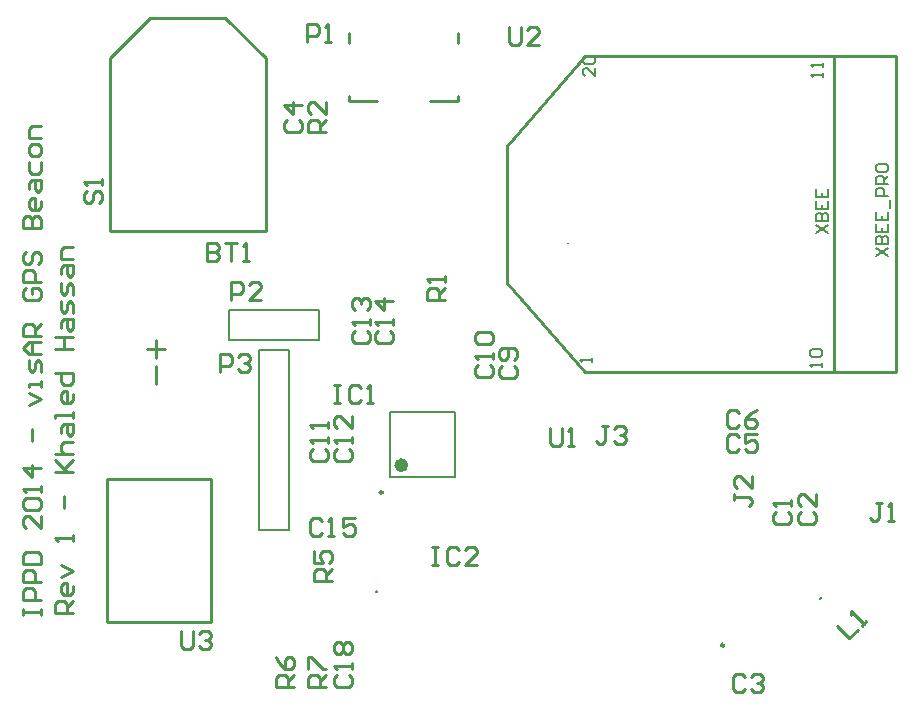
<source format=gto>
G04 Layer_Color=65535*
%FSLAX24Y24*%
%MOIN*%
G70*
G01*
G75*
%ADD31C,0.0100*%
%ADD45C,0.0236*%
%ADD46C,0.0098*%
%ADD47C,0.0079*%
%ADD48C,0.0010*%
%ADD49C,0.0070*%
D31*
X50789Y13705D02*
G03*
X50789Y13705I-11J0D01*
G01*
X62372Y11918D02*
G03*
X62372Y11918I-50J0D01*
G01*
X43240Y32830D02*
X45740D01*
X41890Y31480D02*
X43240Y32830D01*
X45740D02*
X47090Y31480D01*
X41890Y25730D02*
Y31480D01*
X47090Y25730D02*
Y31480D01*
X41890Y25730D02*
X47090D01*
X43150Y21800D02*
X43740Y21800D01*
X43445Y21505D02*
Y22096D01*
Y20621D02*
Y21211D01*
X41801Y12697D02*
X45285D01*
Y17461D01*
X41801D02*
X45285D01*
X41801Y12697D02*
Y17461D01*
X52579Y30069D02*
X53514D01*
Y30217D01*
X49872Y30069D02*
Y30217D01*
Y30069D02*
X50807D01*
X53514Y31988D02*
Y32333D01*
X49872Y31988D02*
Y32333D01*
X66021Y21013D02*
Y31548D01*
X57721Y21013D02*
X68119D01*
Y31548D01*
X55150Y24001D02*
Y28560D01*
X57721Y31548D01*
X57719D02*
X57721D01*
X68119D01*
X55150Y24001D02*
X57721Y21013D01*
X67644Y16675D02*
X67444D01*
X67544D01*
Y16176D01*
X67444Y16076D01*
X67344D01*
X67244Y16176D01*
X67844Y16076D02*
X68043D01*
X67943D01*
Y16675D01*
X67844Y16575D01*
X41144Y27063D02*
X41044Y26963D01*
Y26763D01*
X41144Y26663D01*
X41244D01*
X41344Y26763D01*
Y26963D01*
X41444Y27063D01*
X41544D01*
X41644Y26963D01*
Y26763D01*
X41544Y26663D01*
X41644Y27263D02*
Y27463D01*
Y27363D01*
X41044D01*
X41144Y27263D01*
X58490Y19242D02*
X58290D01*
X58390D01*
Y18742D01*
X58290Y18642D01*
X58191D01*
X58091Y18742D01*
X58690Y19142D02*
X58790Y19242D01*
X58990D01*
X59090Y19142D01*
Y19042D01*
X58990Y18942D01*
X58890D01*
X58990D01*
X59090Y18842D01*
Y18742D01*
X58990Y18642D01*
X58790D01*
X58690Y18742D01*
X62688Y16945D02*
Y16745D01*
Y16845D01*
X63187D01*
X63287Y16745D01*
Y16645D01*
X63187Y16545D01*
X63287Y17545D02*
Y17145D01*
X62888Y17545D01*
X62788D01*
X62688Y17445D01*
Y17245D01*
X62788Y17145D01*
X50846Y22397D02*
X50746Y22297D01*
Y22097D01*
X50846Y21997D01*
X51246D01*
X51346Y22097D01*
Y22297D01*
X51246Y22397D01*
X51346Y22597D02*
Y22797D01*
Y22697D01*
X50746D01*
X50846Y22597D01*
X51346Y23397D02*
X50746D01*
X51046Y23097D01*
Y23497D01*
X49360Y20580D02*
X49560D01*
X49460D01*
Y19980D01*
X49360D01*
X49560D01*
X50260Y20480D02*
X50160Y20580D01*
X49960D01*
X49860Y20480D01*
Y20080D01*
X49960Y19980D01*
X50160D01*
X50260Y20080D01*
X50460Y19980D02*
X50660D01*
X50560D01*
Y20580D01*
X50460Y20480D01*
X44272Y12391D02*
Y11891D01*
X44372Y11791D01*
X44572D01*
X44672Y11891D01*
Y12391D01*
X44871Y12291D02*
X44971Y12391D01*
X45171D01*
X45271Y12291D01*
Y12191D01*
X45171Y12091D01*
X45071D01*
X45171D01*
X45271Y11991D01*
Y11891D01*
X45171Y11791D01*
X44971D01*
X44871Y11891D01*
X55200Y32540D02*
Y32040D01*
X55300Y31940D01*
X55500D01*
X55600Y32040D01*
Y32540D01*
X56200Y31940D02*
X55800D01*
X56200Y32340D01*
Y32440D01*
X56100Y32540D01*
X55900D01*
X55800Y32440D01*
X56580Y19170D02*
Y18670D01*
X56680Y18570D01*
X56880D01*
X56980Y18670D01*
Y19170D01*
X57180Y18570D02*
X57380D01*
X57280D01*
Y19170D01*
X57180Y19070D01*
X49104Y10512D02*
X48505D01*
Y10812D01*
X48604Y10912D01*
X48804D01*
X48904Y10812D01*
Y10512D01*
Y10712D02*
X49104Y10912D01*
X48505Y11112D02*
Y11511D01*
X48604D01*
X49004Y11112D01*
X49104D01*
X48051Y10512D02*
X47451D01*
Y10812D01*
X47551Y10912D01*
X47751D01*
X47851Y10812D01*
Y10512D01*
Y10712D02*
X48051Y10912D01*
X47451Y11511D02*
X47551Y11312D01*
X47751Y11112D01*
X47951D01*
X48051Y11212D01*
Y11412D01*
X47951Y11511D01*
X47851D01*
X47751Y11412D01*
Y11112D01*
X49291Y14052D02*
X48692D01*
Y14352D01*
X48791Y14452D01*
X48991D01*
X49091Y14352D01*
Y14052D01*
Y14252D02*
X49291Y14452D01*
X48692Y15052D02*
Y14652D01*
X48991D01*
X48891Y14852D01*
Y14952D01*
X48991Y15052D01*
X49191D01*
X49291Y14952D01*
Y14752D01*
X49191Y14652D01*
X49104Y29016D02*
X48505D01*
Y29316D01*
X48604Y29416D01*
X48804D01*
X48904Y29316D01*
Y29016D01*
Y29216D02*
X49104Y29416D01*
Y30015D02*
Y29616D01*
X48704Y30015D01*
X48604D01*
X48505Y29915D01*
Y29716D01*
X48604Y29616D01*
X53061Y23415D02*
X52461D01*
Y23715D01*
X52561Y23815D01*
X52761D01*
X52861Y23715D01*
Y23415D01*
Y23615D02*
X53061Y23815D01*
Y24015D02*
Y24215D01*
Y24115D01*
X52461D01*
X52561Y24015D01*
X45581Y21014D02*
Y21614D01*
X45881D01*
X45981Y21514D01*
Y21314D01*
X45881Y21214D01*
X45581D01*
X46181Y21514D02*
X46280Y21614D01*
X46480D01*
X46580Y21514D01*
Y21414D01*
X46480Y21314D01*
X46380D01*
X46480D01*
X46580Y21214D01*
Y21114D01*
X46480Y21014D01*
X46280D01*
X46181Y21114D01*
X45944Y23420D02*
Y24020D01*
X46244D01*
X46344Y23920D01*
Y23720D01*
X46244Y23620D01*
X45944D01*
X46943Y23420D02*
X46544D01*
X46943Y23820D01*
Y23920D01*
X46843Y24020D01*
X46643D01*
X46544Y23920D01*
X48474Y32037D02*
Y32637D01*
X48774D01*
X48874Y32537D01*
Y32337D01*
X48774Y32237D01*
X48474D01*
X49074Y32037D02*
X49274D01*
X49174D01*
Y32637D01*
X49074Y32537D01*
X66121Y12570D02*
X66545Y12146D01*
X66828Y12428D01*
X66969Y12570D02*
X67111Y12711D01*
X67040Y12640D01*
X66616Y13065D01*
Y12923D01*
X52628Y15186D02*
X52828D01*
X52728D01*
Y14587D01*
X52628D01*
X52828D01*
X53528Y15086D02*
X53428Y15186D01*
X53228D01*
X53128Y15086D01*
Y14687D01*
X53228Y14587D01*
X53428D01*
X53528Y14687D01*
X54127Y14587D02*
X53728D01*
X54127Y14986D01*
Y15086D01*
X54028Y15186D01*
X53828D01*
X53728Y15086D01*
X49480Y10912D02*
X49381Y10812D01*
Y10612D01*
X49480Y10512D01*
X49880D01*
X49980Y10612D01*
Y10812D01*
X49880Y10912D01*
X49980Y11112D02*
Y11312D01*
Y11212D01*
X49381D01*
X49480Y11112D01*
Y11611D02*
X49381Y11711D01*
Y11911D01*
X49480Y12011D01*
X49580D01*
X49680Y11911D01*
X49780Y12011D01*
X49880D01*
X49980Y11911D01*
Y11711D01*
X49880Y11611D01*
X49780D01*
X49680Y11711D01*
X49580Y11611D01*
X49480D01*
X49680Y11711D02*
Y11911D01*
X48973Y16071D02*
X48873Y16171D01*
X48673D01*
X48573Y16071D01*
Y15671D01*
X48673Y15571D01*
X48873D01*
X48973Y15671D01*
X49173Y15571D02*
X49373D01*
X49273D01*
Y16171D01*
X49173Y16071D01*
X50072Y16171D02*
X49672D01*
Y15871D01*
X49872Y15971D01*
X49972D01*
X50072Y15871D01*
Y15671D01*
X49972Y15571D01*
X49772D01*
X49672Y15671D01*
X50076Y22397D02*
X49976Y22297D01*
Y22097D01*
X50076Y21997D01*
X50476D01*
X50576Y22097D01*
Y22297D01*
X50476Y22397D01*
X50576Y22597D02*
Y22797D01*
Y22697D01*
X49976D01*
X50076Y22597D01*
Y23097D02*
X49976Y23197D01*
Y23397D01*
X50076Y23497D01*
X50176D01*
X50276Y23397D01*
Y23297D01*
Y23397D01*
X50376Y23497D01*
X50476D01*
X50576Y23397D01*
Y23197D01*
X50476Y23097D01*
X49453Y18459D02*
X49353Y18359D01*
Y18159D01*
X49453Y18059D01*
X49853D01*
X49953Y18159D01*
Y18359D01*
X49853Y18459D01*
X49953Y18659D02*
Y18859D01*
Y18759D01*
X49353D01*
X49453Y18659D01*
X49953Y19559D02*
Y19159D01*
X49553Y19559D01*
X49453D01*
X49353Y19459D01*
Y19259D01*
X49453Y19159D01*
X48653Y18459D02*
X48553Y18359D01*
Y18159D01*
X48653Y18059D01*
X49053D01*
X49153Y18159D01*
Y18359D01*
X49053Y18459D01*
X49153Y18659D02*
Y18859D01*
Y18759D01*
X48553D01*
X48653Y18659D01*
X49153Y19159D02*
Y19359D01*
Y19259D01*
X48553D01*
X48653Y19159D01*
X54156Y21246D02*
X54056Y21146D01*
Y20946D01*
X54156Y20846D01*
X54556D01*
X54656Y20946D01*
Y21146D01*
X54556Y21246D01*
X54656Y21446D02*
Y21646D01*
Y21546D01*
X54056D01*
X54156Y21446D01*
Y21946D02*
X54056Y22046D01*
Y22246D01*
X54156Y22346D01*
X54556D01*
X54656Y22246D01*
Y22046D01*
X54556Y21946D01*
X54156D01*
X54963Y21236D02*
X54863Y21137D01*
Y20937D01*
X54963Y20837D01*
X55363D01*
X55463Y20937D01*
Y21137D01*
X55363Y21236D01*
Y21436D02*
X55463Y21536D01*
Y21736D01*
X55363Y21836D01*
X54963D01*
X54863Y21736D01*
Y21536D01*
X54963Y21436D01*
X55063D01*
X55163Y21536D01*
Y21836D01*
X62880Y19663D02*
X62780Y19763D01*
X62580D01*
X62480Y19663D01*
Y19263D01*
X62580Y19163D01*
X62780D01*
X62880Y19263D01*
X63480Y19763D02*
X63280Y19663D01*
X63080Y19463D01*
Y19263D01*
X63180Y19163D01*
X63380D01*
X63480Y19263D01*
Y19363D01*
X63380Y19463D01*
X63080D01*
X62880Y18846D02*
X62780Y18946D01*
X62580D01*
X62480Y18846D01*
Y18446D01*
X62580Y18346D01*
X62780D01*
X62880Y18446D01*
X63480Y18946D02*
X63080D01*
Y18646D01*
X63280Y18746D01*
X63380D01*
X63480Y18646D01*
Y18446D01*
X63380Y18346D01*
X63180D01*
X63080Y18446D01*
X47807Y29416D02*
X47707Y29316D01*
Y29116D01*
X47807Y29016D01*
X48207D01*
X48307Y29116D01*
Y29316D01*
X48207Y29416D01*
X48307Y29915D02*
X47707D01*
X48007Y29616D01*
Y30015D01*
X63077Y10874D02*
X62977Y10974D01*
X62777D01*
X62677Y10874D01*
Y10474D01*
X62777Y10374D01*
X62977D01*
X63077Y10474D01*
X63277Y10874D02*
X63377Y10974D01*
X63577D01*
X63677Y10874D01*
Y10774D01*
X63577Y10674D01*
X63477D01*
X63577D01*
X63677Y10574D01*
Y10474D01*
X63577Y10374D01*
X63377D01*
X63277Y10474D01*
X64951Y16375D02*
X64851Y16275D01*
Y16076D01*
X64951Y15976D01*
X65351D01*
X65451Y16076D01*
Y16275D01*
X65351Y16375D01*
X65451Y16975D02*
Y16575D01*
X65051Y16975D01*
X64951D01*
X64851Y16875D01*
Y16675D01*
X64951Y16575D01*
X64101Y16375D02*
X64001Y16275D01*
Y16076D01*
X64101Y15976D01*
X64501D01*
X64601Y16076D01*
Y16275D01*
X64501Y16375D01*
X64601Y16575D02*
Y16775D01*
Y16675D01*
X64001D01*
X64101Y16575D01*
X45138Y25334D02*
Y24734D01*
X45438D01*
X45538Y24834D01*
Y24934D01*
X45438Y25034D01*
X45138D01*
X45438D01*
X45538Y25134D01*
Y25234D01*
X45438Y25334D01*
X45138D01*
X45738D02*
X46137D01*
X45938D01*
Y24734D01*
X46337D02*
X46537D01*
X46437D01*
Y25334D01*
X46337Y25234D01*
X39016Y12923D02*
Y13123D01*
Y13023D01*
X39616D01*
Y12923D01*
Y13123D01*
Y13423D02*
X39016D01*
Y13723D01*
X39116Y13823D01*
X39316D01*
X39416Y13723D01*
Y13423D01*
X39616Y14023D02*
X39016D01*
Y14323D01*
X39116Y14423D01*
X39316D01*
X39416Y14323D01*
Y14023D01*
X39016Y14623D02*
X39616D01*
Y14923D01*
X39516Y15023D01*
X39116D01*
X39016Y14923D01*
Y14623D01*
X39616Y16222D02*
Y15822D01*
X39216Y16222D01*
X39116D01*
X39016Y16122D01*
Y15922D01*
X39116Y15822D01*
Y16422D02*
X39016Y16522D01*
Y16722D01*
X39116Y16822D01*
X39516D01*
X39616Y16722D01*
Y16522D01*
X39516Y16422D01*
X39116D01*
X39616Y17022D02*
Y17222D01*
Y17122D01*
X39016D01*
X39116Y17022D01*
X39616Y17822D02*
X39016D01*
X39316Y17522D01*
Y17922D01*
Y18721D02*
Y19121D01*
X39216Y19921D02*
X39616Y20121D01*
X39216Y20321D01*
X39616Y20521D02*
Y20721D01*
Y20621D01*
X39216D01*
Y20521D01*
X39616Y21021D02*
Y21321D01*
X39516Y21420D01*
X39416Y21321D01*
Y21121D01*
X39316Y21021D01*
X39216Y21121D01*
Y21420D01*
X39616Y21620D02*
X39216D01*
X39016Y21820D01*
X39216Y22020D01*
X39616D01*
X39316D01*
Y21620D01*
X39616Y22220D02*
X39016D01*
Y22520D01*
X39116Y22620D01*
X39316D01*
X39416Y22520D01*
Y22220D01*
Y22420D02*
X39616Y22620D01*
X39116Y23820D02*
X39016Y23720D01*
Y23520D01*
X39116Y23420D01*
X39516D01*
X39616Y23520D01*
Y23720D01*
X39516Y23820D01*
X39316D01*
Y23620D01*
X39616Y24020D02*
X39016D01*
Y24320D01*
X39116Y24420D01*
X39316D01*
X39416Y24320D01*
Y24020D01*
X39116Y25019D02*
X39016Y24919D01*
Y24719D01*
X39116Y24619D01*
X39216D01*
X39316Y24719D01*
Y24919D01*
X39416Y25019D01*
X39516D01*
X39616Y24919D01*
Y24719D01*
X39516Y24619D01*
X39016Y25819D02*
X39616D01*
Y26119D01*
X39516Y26219D01*
X39416D01*
X39316Y26119D01*
Y25819D01*
Y26119D01*
X39216Y26219D01*
X39116D01*
X39016Y26119D01*
Y25819D01*
X39616Y26719D02*
Y26519D01*
X39516Y26419D01*
X39316D01*
X39216Y26519D01*
Y26719D01*
X39316Y26819D01*
X39416D01*
Y26419D01*
X39216Y27119D02*
Y27319D01*
X39316Y27419D01*
X39616D01*
Y27119D01*
X39516Y27019D01*
X39416Y27119D01*
Y27419D01*
X39216Y28018D02*
Y27718D01*
X39316Y27618D01*
X39516D01*
X39616Y27718D01*
Y28018D01*
Y28318D02*
Y28518D01*
X39516Y28618D01*
X39316D01*
X39216Y28518D01*
Y28318D01*
X39316Y28218D01*
X39516D01*
X39616Y28318D01*
Y28818D02*
X39216D01*
Y29118D01*
X39316Y29218D01*
X39616D01*
X40669Y12992D02*
X40069D01*
Y13292D01*
X40169Y13392D01*
X40369D01*
X40469Y13292D01*
Y12992D01*
Y13192D02*
X40669Y13392D01*
Y13892D02*
Y13692D01*
X40569Y13592D01*
X40369D01*
X40269Y13692D01*
Y13892D01*
X40369Y13992D01*
X40469D01*
Y13592D01*
X40269Y14192D02*
X40669Y14392D01*
X40269Y14592D01*
X40669Y15391D02*
Y15591D01*
Y15491D01*
X40069D01*
X40169Y15391D01*
X40369Y16491D02*
Y16891D01*
X40069Y17691D02*
X40669D01*
X40469D01*
X40069Y18090D01*
X40369Y17791D01*
X40669Y18090D01*
X40069Y18290D02*
X40669D01*
X40369D01*
X40269Y18390D01*
Y18590D01*
X40369Y18690D01*
X40669D01*
X40269Y18990D02*
Y19190D01*
X40369Y19290D01*
X40669D01*
Y18990D01*
X40569Y18890D01*
X40469Y18990D01*
Y19290D01*
X40669Y19490D02*
Y19690D01*
Y19590D01*
X40069D01*
Y19490D01*
X40669Y20290D02*
Y20090D01*
X40569Y19990D01*
X40369D01*
X40269Y20090D01*
Y20290D01*
X40369Y20390D01*
X40469D01*
Y19990D01*
X40069Y20990D02*
X40669D01*
Y20690D01*
X40569Y20590D01*
X40369D01*
X40269Y20690D01*
Y20990D01*
X40069Y21789D02*
X40669D01*
X40369D01*
Y22189D01*
X40069D01*
X40669D01*
X40269Y22489D02*
Y22689D01*
X40369Y22789D01*
X40669D01*
Y22489D01*
X40569Y22389D01*
X40469Y22489D01*
Y22789D01*
X40669Y22989D02*
Y23289D01*
X40569Y23389D01*
X40469Y23289D01*
Y23089D01*
X40369Y22989D01*
X40269Y23089D01*
Y23389D01*
X40669Y23589D02*
Y23889D01*
X40569Y23989D01*
X40469Y23889D01*
Y23689D01*
X40369Y23589D01*
X40269Y23689D01*
Y23989D01*
Y24288D02*
Y24488D01*
X40369Y24588D01*
X40669D01*
Y24288D01*
X40569Y24188D01*
X40469Y24288D01*
Y24588D01*
X40669Y24788D02*
X40269D01*
Y25088D01*
X40369Y25188D01*
X40669D01*
D45*
X51732Y17920D02*
G03*
X51732Y17920I-118J0D01*
G01*
D46*
X50994Y17015D02*
G03*
X50994Y17015I-49J0D01*
G01*
D47*
X53386Y17526D02*
Y19692D01*
X51220Y17526D02*
Y19692D01*
X53386D01*
X51220Y17526D02*
X53386D01*
X46883Y15756D02*
X47883D01*
X46883Y21756D02*
X47883D01*
Y15756D02*
Y21756D01*
X46883Y15756D02*
Y21756D01*
X65564Y13452D02*
X65648Y13536D01*
X45883Y22079D02*
X48883D01*
Y23079D01*
X45883D02*
X48883D01*
X45883Y22079D02*
Y23079D01*
D48*
X57150Y25330D02*
X57160D01*
D49*
X65421Y25650D02*
X65821Y25917D01*
X65421D02*
X65821Y25650D01*
X65421Y26050D02*
X65821D01*
Y26250D01*
X65754Y26316D01*
X65688D01*
X65621Y26250D01*
Y26050D01*
Y26250D01*
X65554Y26316D01*
X65488D01*
X65421Y26250D01*
Y26050D01*
Y26716D02*
Y26450D01*
X65821D01*
Y26716D01*
X65621Y26450D02*
Y26583D01*
X65421Y27116D02*
Y26850D01*
X65821D01*
Y27116D01*
X65621Y26850D02*
Y26983D01*
X67421Y24900D02*
X67821Y25167D01*
X67421D02*
X67821Y24900D01*
X67421Y25300D02*
X67821D01*
Y25500D01*
X67754Y25566D01*
X67688D01*
X67621Y25500D01*
Y25300D01*
Y25500D01*
X67554Y25566D01*
X67488D01*
X67421Y25500D01*
Y25300D01*
Y25966D02*
Y25700D01*
X67821D01*
Y25966D01*
X67621Y25700D02*
Y25833D01*
X67421Y26366D02*
Y26100D01*
X67821D01*
Y26366D01*
X67621Y26100D02*
Y26233D01*
X67888Y26499D02*
Y26766D01*
X67821Y26899D02*
X67421D01*
Y27099D01*
X67488Y27166D01*
X67621D01*
X67688Y27099D01*
Y26899D01*
X67821Y27299D02*
X67421D01*
Y27499D01*
X67488Y27566D01*
X67621D01*
X67688Y27499D01*
Y27299D01*
Y27433D02*
X67821Y27566D01*
X67421Y27899D02*
Y27766D01*
X67488Y27699D01*
X67754D01*
X67821Y27766D01*
Y27899D01*
X67754Y27966D01*
X67488D01*
X67421Y27899D01*
X57971Y21350D02*
Y21483D01*
Y21417D01*
X57571D01*
X57638Y21350D01*
X65621Y21200D02*
Y21333D01*
Y21267D01*
X65221D01*
X65288Y21200D01*
Y21533D02*
X65221Y21600D01*
Y21733D01*
X65288Y21800D01*
X65554D01*
X65621Y21733D01*
Y21600D01*
X65554Y21533D01*
X65288D01*
X65671Y30850D02*
Y30983D01*
Y30917D01*
X65271D01*
X65338Y30850D01*
X65671Y31183D02*
Y31317D01*
Y31250D01*
X65271D01*
X65338Y31183D01*
X58071Y31167D02*
Y30900D01*
X57804Y31167D01*
X57738D01*
X57671Y31100D01*
Y30967D01*
X57738Y30900D01*
Y31300D02*
X57671Y31367D01*
Y31500D01*
X57738Y31566D01*
X58004D01*
X58071Y31500D01*
Y31367D01*
X58004Y31300D01*
X57738D01*
M02*

</source>
